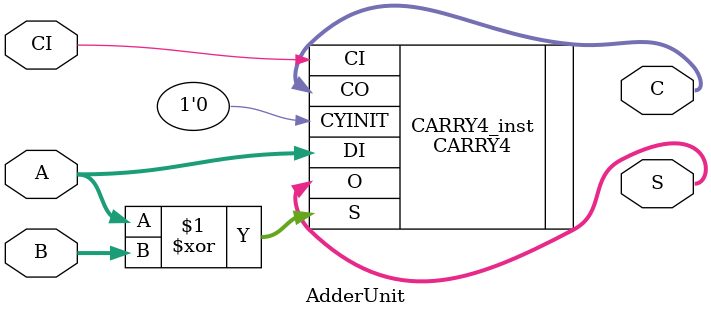
<source format=v>
`timescale 1ns / 1ps

/*
 * ½«CARRY4ºÍLUT½øÐÐ×éºÏÐÎ³É4Î»¼Ó·¨Æ÷
 */

module AdderUnit
(
    input  CI,              // 1Î»½øÎ»ÊäÈë
    input  [3 : 0] A,       // 4Î»¼ÓÊýAÊäÈë
    input  [3 : 0] B,       // 4Î»¼ÓÊýBÊäÈë
    output [3 : 0] S,       // 4Î»½á¹ûSÊä³ö
    output [3 : 0] C        // 4Î»½øÎ»CÊä³ö
);

CARRY4 CARRY4_inst 
(
    .CO(C),                 // 4Î»½øÎ»Êä³ö
    .O(S[3 : 0]),           // 4Î»½á¹ûÊä³ö
    .CI(CI),                // 1Î»½øÎ»ÊäÈë
    .CYINIT(1'b0),          // 1Î»½øÎ»³õÊ¼»¯£¬ÅäÖÃ´ÓCIÊäÈëÊý¾Ý
    .DI(A[3 : 0]),          // 4Î»½øÎ»-¸´Ñ¡Æ÷Êý¾ÝÊäÈë£¬½ÓÊý¾ÝA
    .S(A[3 : 0] ^ B[3 : 0]) // 4Î»½øÎ»-¸´Ñ¡Æ÷Ñ¡ÔñÊäÈë£¬½ÓÊý¾ÝAºÍBµÄÒì»ò
);
          
endmodule

</source>
